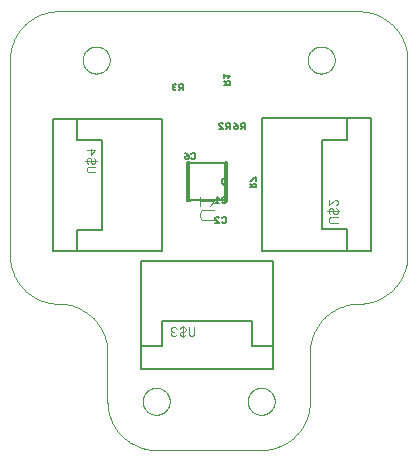
<source format=gbo>
G75*
%MOIN*%
%OFA0B0*%
%FSLAX25Y25*%
%IPPOS*%
%LPD*%
%AMOC8*
5,1,8,0,0,1.08239X$1,22.5*
%
%ADD10C,0.00000*%
%ADD11C,0.00500*%
%ADD12C,0.00600*%
%ADD13C,0.00300*%
D10*
X0047650Y0035150D02*
X0047645Y0035543D01*
X0047631Y0035935D01*
X0047607Y0036327D01*
X0047574Y0036718D01*
X0047532Y0037109D01*
X0047479Y0037498D01*
X0047418Y0037886D01*
X0047347Y0038272D01*
X0047267Y0038656D01*
X0047178Y0039039D01*
X0047079Y0039419D01*
X0046971Y0039797D01*
X0046855Y0040172D01*
X0046729Y0040544D01*
X0046594Y0040912D01*
X0046450Y0041278D01*
X0046298Y0041640D01*
X0046137Y0041998D01*
X0045967Y0042352D01*
X0045789Y0042702D01*
X0045602Y0043047D01*
X0045407Y0043388D01*
X0045204Y0043724D01*
X0044993Y0044055D01*
X0044773Y0044381D01*
X0044547Y0044702D01*
X0044312Y0045016D01*
X0044070Y0045326D01*
X0043820Y0045629D01*
X0043563Y0045926D01*
X0043299Y0046217D01*
X0043028Y0046501D01*
X0042751Y0046778D01*
X0042467Y0047049D01*
X0042176Y0047313D01*
X0041879Y0047570D01*
X0041576Y0047820D01*
X0041266Y0048062D01*
X0040952Y0048297D01*
X0040631Y0048523D01*
X0040305Y0048743D01*
X0039974Y0048954D01*
X0039638Y0049157D01*
X0039297Y0049352D01*
X0038952Y0049539D01*
X0038602Y0049717D01*
X0038248Y0049887D01*
X0037890Y0050048D01*
X0037528Y0050200D01*
X0037162Y0050344D01*
X0036794Y0050479D01*
X0036422Y0050605D01*
X0036047Y0050721D01*
X0035669Y0050829D01*
X0035289Y0050928D01*
X0034906Y0051017D01*
X0034522Y0051097D01*
X0034136Y0051168D01*
X0033748Y0051229D01*
X0033359Y0051282D01*
X0032968Y0051324D01*
X0032577Y0051357D01*
X0032185Y0051381D01*
X0031793Y0051395D01*
X0031400Y0051400D01*
X0031007Y0051405D01*
X0030615Y0051419D01*
X0030223Y0051443D01*
X0029832Y0051476D01*
X0029441Y0051518D01*
X0029052Y0051571D01*
X0028664Y0051632D01*
X0028278Y0051703D01*
X0027894Y0051783D01*
X0027511Y0051872D01*
X0027131Y0051971D01*
X0026753Y0052079D01*
X0026378Y0052195D01*
X0026006Y0052321D01*
X0025638Y0052456D01*
X0025272Y0052600D01*
X0024910Y0052752D01*
X0024552Y0052913D01*
X0024198Y0053083D01*
X0023848Y0053261D01*
X0023503Y0053448D01*
X0023162Y0053643D01*
X0022826Y0053846D01*
X0022495Y0054057D01*
X0022169Y0054277D01*
X0021848Y0054503D01*
X0021534Y0054738D01*
X0021224Y0054980D01*
X0020921Y0055230D01*
X0020624Y0055487D01*
X0020333Y0055751D01*
X0020049Y0056022D01*
X0019772Y0056299D01*
X0019501Y0056583D01*
X0019237Y0056874D01*
X0018980Y0057171D01*
X0018730Y0057474D01*
X0018488Y0057784D01*
X0018253Y0058098D01*
X0018027Y0058419D01*
X0017807Y0058745D01*
X0017596Y0059076D01*
X0017393Y0059412D01*
X0017198Y0059753D01*
X0017011Y0060098D01*
X0016833Y0060448D01*
X0016663Y0060802D01*
X0016502Y0061160D01*
X0016350Y0061522D01*
X0016206Y0061888D01*
X0016071Y0062256D01*
X0015945Y0062628D01*
X0015829Y0063003D01*
X0015721Y0063381D01*
X0015622Y0063761D01*
X0015533Y0064144D01*
X0015453Y0064528D01*
X0015382Y0064914D01*
X0015321Y0065302D01*
X0015268Y0065691D01*
X0015226Y0066082D01*
X0015193Y0066473D01*
X0015169Y0066865D01*
X0015155Y0067257D01*
X0015150Y0067650D01*
X0015150Y0132650D01*
X0015155Y0133043D01*
X0015169Y0133435D01*
X0015193Y0133827D01*
X0015226Y0134218D01*
X0015268Y0134609D01*
X0015321Y0134998D01*
X0015382Y0135386D01*
X0015453Y0135772D01*
X0015533Y0136156D01*
X0015622Y0136539D01*
X0015721Y0136919D01*
X0015829Y0137297D01*
X0015945Y0137672D01*
X0016071Y0138044D01*
X0016206Y0138412D01*
X0016350Y0138778D01*
X0016502Y0139140D01*
X0016663Y0139498D01*
X0016833Y0139852D01*
X0017011Y0140202D01*
X0017198Y0140547D01*
X0017393Y0140888D01*
X0017596Y0141224D01*
X0017807Y0141555D01*
X0018027Y0141881D01*
X0018253Y0142202D01*
X0018488Y0142516D01*
X0018730Y0142826D01*
X0018980Y0143129D01*
X0019237Y0143426D01*
X0019501Y0143717D01*
X0019772Y0144001D01*
X0020049Y0144278D01*
X0020333Y0144549D01*
X0020624Y0144813D01*
X0020921Y0145070D01*
X0021224Y0145320D01*
X0021534Y0145562D01*
X0021848Y0145797D01*
X0022169Y0146023D01*
X0022495Y0146243D01*
X0022826Y0146454D01*
X0023162Y0146657D01*
X0023503Y0146852D01*
X0023848Y0147039D01*
X0024198Y0147217D01*
X0024552Y0147387D01*
X0024910Y0147548D01*
X0025272Y0147700D01*
X0025638Y0147844D01*
X0026006Y0147979D01*
X0026378Y0148105D01*
X0026753Y0148221D01*
X0027131Y0148329D01*
X0027511Y0148428D01*
X0027894Y0148517D01*
X0028278Y0148597D01*
X0028664Y0148668D01*
X0029052Y0148729D01*
X0029441Y0148782D01*
X0029832Y0148824D01*
X0030223Y0148857D01*
X0030615Y0148881D01*
X0031007Y0148895D01*
X0031400Y0148900D01*
X0131400Y0148900D01*
X0131793Y0148895D01*
X0132185Y0148881D01*
X0132577Y0148857D01*
X0132968Y0148824D01*
X0133359Y0148782D01*
X0133748Y0148729D01*
X0134136Y0148668D01*
X0134522Y0148597D01*
X0134906Y0148517D01*
X0135289Y0148428D01*
X0135669Y0148329D01*
X0136047Y0148221D01*
X0136422Y0148105D01*
X0136794Y0147979D01*
X0137162Y0147844D01*
X0137528Y0147700D01*
X0137890Y0147548D01*
X0138248Y0147387D01*
X0138602Y0147217D01*
X0138952Y0147039D01*
X0139297Y0146852D01*
X0139638Y0146657D01*
X0139974Y0146454D01*
X0140305Y0146243D01*
X0140631Y0146023D01*
X0140952Y0145797D01*
X0141266Y0145562D01*
X0141576Y0145320D01*
X0141879Y0145070D01*
X0142176Y0144813D01*
X0142467Y0144549D01*
X0142751Y0144278D01*
X0143028Y0144001D01*
X0143299Y0143717D01*
X0143563Y0143426D01*
X0143820Y0143129D01*
X0144070Y0142826D01*
X0144312Y0142516D01*
X0144547Y0142202D01*
X0144773Y0141881D01*
X0144993Y0141555D01*
X0145204Y0141224D01*
X0145407Y0140888D01*
X0145602Y0140547D01*
X0145789Y0140202D01*
X0145967Y0139852D01*
X0146137Y0139498D01*
X0146298Y0139140D01*
X0146450Y0138778D01*
X0146594Y0138412D01*
X0146729Y0138044D01*
X0146855Y0137672D01*
X0146971Y0137297D01*
X0147079Y0136919D01*
X0147178Y0136539D01*
X0147267Y0136156D01*
X0147347Y0135772D01*
X0147418Y0135386D01*
X0147479Y0134998D01*
X0147532Y0134609D01*
X0147574Y0134218D01*
X0147607Y0133827D01*
X0147631Y0133435D01*
X0147645Y0133043D01*
X0147650Y0132650D01*
X0147650Y0067650D01*
X0147645Y0067257D01*
X0147631Y0066865D01*
X0147607Y0066473D01*
X0147574Y0066082D01*
X0147532Y0065691D01*
X0147479Y0065302D01*
X0147418Y0064914D01*
X0147347Y0064528D01*
X0147267Y0064144D01*
X0147178Y0063761D01*
X0147079Y0063381D01*
X0146971Y0063003D01*
X0146855Y0062628D01*
X0146729Y0062256D01*
X0146594Y0061888D01*
X0146450Y0061522D01*
X0146298Y0061160D01*
X0146137Y0060802D01*
X0145967Y0060448D01*
X0145789Y0060098D01*
X0145602Y0059753D01*
X0145407Y0059412D01*
X0145204Y0059076D01*
X0144993Y0058745D01*
X0144773Y0058419D01*
X0144547Y0058098D01*
X0144312Y0057784D01*
X0144070Y0057474D01*
X0143820Y0057171D01*
X0143563Y0056874D01*
X0143299Y0056583D01*
X0143028Y0056299D01*
X0142751Y0056022D01*
X0142467Y0055751D01*
X0142176Y0055487D01*
X0141879Y0055230D01*
X0141576Y0054980D01*
X0141266Y0054738D01*
X0140952Y0054503D01*
X0140631Y0054277D01*
X0140305Y0054057D01*
X0139974Y0053846D01*
X0139638Y0053643D01*
X0139297Y0053448D01*
X0138952Y0053261D01*
X0138602Y0053083D01*
X0138248Y0052913D01*
X0137890Y0052752D01*
X0137528Y0052600D01*
X0137162Y0052456D01*
X0136794Y0052321D01*
X0136422Y0052195D01*
X0136047Y0052079D01*
X0135669Y0051971D01*
X0135289Y0051872D01*
X0134906Y0051783D01*
X0134522Y0051703D01*
X0134136Y0051632D01*
X0133748Y0051571D01*
X0133359Y0051518D01*
X0132968Y0051476D01*
X0132577Y0051443D01*
X0132185Y0051419D01*
X0131793Y0051405D01*
X0131400Y0051400D01*
X0131007Y0051395D01*
X0130615Y0051381D01*
X0130223Y0051357D01*
X0129832Y0051324D01*
X0129441Y0051282D01*
X0129052Y0051229D01*
X0128664Y0051168D01*
X0128278Y0051097D01*
X0127894Y0051017D01*
X0127511Y0050928D01*
X0127131Y0050829D01*
X0126753Y0050721D01*
X0126378Y0050605D01*
X0126006Y0050479D01*
X0125638Y0050344D01*
X0125272Y0050200D01*
X0124910Y0050048D01*
X0124552Y0049887D01*
X0124198Y0049717D01*
X0123848Y0049539D01*
X0123503Y0049352D01*
X0123162Y0049157D01*
X0122826Y0048954D01*
X0122495Y0048743D01*
X0122169Y0048523D01*
X0121848Y0048297D01*
X0121534Y0048062D01*
X0121224Y0047820D01*
X0120921Y0047570D01*
X0120624Y0047313D01*
X0120333Y0047049D01*
X0120049Y0046778D01*
X0119772Y0046501D01*
X0119501Y0046217D01*
X0119237Y0045926D01*
X0118980Y0045629D01*
X0118730Y0045326D01*
X0118488Y0045016D01*
X0118253Y0044702D01*
X0118027Y0044381D01*
X0117807Y0044055D01*
X0117596Y0043724D01*
X0117393Y0043388D01*
X0117198Y0043047D01*
X0117011Y0042702D01*
X0116833Y0042352D01*
X0116663Y0041998D01*
X0116502Y0041640D01*
X0116350Y0041278D01*
X0116206Y0040912D01*
X0116071Y0040544D01*
X0115945Y0040172D01*
X0115829Y0039797D01*
X0115721Y0039419D01*
X0115622Y0039039D01*
X0115533Y0038656D01*
X0115453Y0038272D01*
X0115382Y0037886D01*
X0115321Y0037498D01*
X0115268Y0037109D01*
X0115226Y0036718D01*
X0115193Y0036327D01*
X0115169Y0035935D01*
X0115155Y0035543D01*
X0115150Y0035150D01*
X0115150Y0018900D01*
X0115145Y0018507D01*
X0115131Y0018115D01*
X0115107Y0017723D01*
X0115074Y0017332D01*
X0115032Y0016941D01*
X0114979Y0016552D01*
X0114918Y0016164D01*
X0114847Y0015778D01*
X0114767Y0015394D01*
X0114678Y0015011D01*
X0114579Y0014631D01*
X0114471Y0014253D01*
X0114355Y0013878D01*
X0114229Y0013506D01*
X0114094Y0013138D01*
X0113950Y0012772D01*
X0113798Y0012410D01*
X0113637Y0012052D01*
X0113467Y0011698D01*
X0113289Y0011348D01*
X0113102Y0011003D01*
X0112907Y0010662D01*
X0112704Y0010326D01*
X0112493Y0009995D01*
X0112273Y0009669D01*
X0112047Y0009348D01*
X0111812Y0009034D01*
X0111570Y0008724D01*
X0111320Y0008421D01*
X0111063Y0008124D01*
X0110799Y0007833D01*
X0110528Y0007549D01*
X0110251Y0007272D01*
X0109967Y0007001D01*
X0109676Y0006737D01*
X0109379Y0006480D01*
X0109076Y0006230D01*
X0108766Y0005988D01*
X0108452Y0005753D01*
X0108131Y0005527D01*
X0107805Y0005307D01*
X0107474Y0005096D01*
X0107138Y0004893D01*
X0106797Y0004698D01*
X0106452Y0004511D01*
X0106102Y0004333D01*
X0105748Y0004163D01*
X0105390Y0004002D01*
X0105028Y0003850D01*
X0104662Y0003706D01*
X0104294Y0003571D01*
X0103922Y0003445D01*
X0103547Y0003329D01*
X0103169Y0003221D01*
X0102789Y0003122D01*
X0102406Y0003033D01*
X0102022Y0002953D01*
X0101636Y0002882D01*
X0101248Y0002821D01*
X0100859Y0002768D01*
X0100468Y0002726D01*
X0100077Y0002693D01*
X0099685Y0002669D01*
X0099293Y0002655D01*
X0098900Y0002650D01*
X0063900Y0002650D01*
X0063507Y0002655D01*
X0063115Y0002669D01*
X0062723Y0002693D01*
X0062332Y0002726D01*
X0061941Y0002768D01*
X0061552Y0002821D01*
X0061164Y0002882D01*
X0060778Y0002953D01*
X0060394Y0003033D01*
X0060011Y0003122D01*
X0059631Y0003221D01*
X0059253Y0003329D01*
X0058878Y0003445D01*
X0058506Y0003571D01*
X0058138Y0003706D01*
X0057772Y0003850D01*
X0057410Y0004002D01*
X0057052Y0004163D01*
X0056698Y0004333D01*
X0056348Y0004511D01*
X0056003Y0004698D01*
X0055662Y0004893D01*
X0055326Y0005096D01*
X0054995Y0005307D01*
X0054669Y0005527D01*
X0054348Y0005753D01*
X0054034Y0005988D01*
X0053724Y0006230D01*
X0053421Y0006480D01*
X0053124Y0006737D01*
X0052833Y0007001D01*
X0052549Y0007272D01*
X0052272Y0007549D01*
X0052001Y0007833D01*
X0051737Y0008124D01*
X0051480Y0008421D01*
X0051230Y0008724D01*
X0050988Y0009034D01*
X0050753Y0009348D01*
X0050527Y0009669D01*
X0050307Y0009995D01*
X0050096Y0010326D01*
X0049893Y0010662D01*
X0049698Y0011003D01*
X0049511Y0011348D01*
X0049333Y0011698D01*
X0049163Y0012052D01*
X0049002Y0012410D01*
X0048850Y0012772D01*
X0048706Y0013138D01*
X0048571Y0013506D01*
X0048445Y0013878D01*
X0048329Y0014253D01*
X0048221Y0014631D01*
X0048122Y0015011D01*
X0048033Y0015394D01*
X0047953Y0015778D01*
X0047882Y0016164D01*
X0047821Y0016552D01*
X0047768Y0016941D01*
X0047726Y0017332D01*
X0047693Y0017723D01*
X0047669Y0018115D01*
X0047655Y0018507D01*
X0047650Y0018900D01*
X0047650Y0035150D01*
X0059400Y0018900D02*
X0059402Y0019034D01*
X0059408Y0019168D01*
X0059418Y0019301D01*
X0059432Y0019435D01*
X0059450Y0019568D01*
X0059472Y0019700D01*
X0059497Y0019831D01*
X0059527Y0019962D01*
X0059561Y0020092D01*
X0059598Y0020220D01*
X0059639Y0020348D01*
X0059684Y0020474D01*
X0059733Y0020599D01*
X0059785Y0020722D01*
X0059841Y0020844D01*
X0059901Y0020964D01*
X0059964Y0021082D01*
X0060031Y0021198D01*
X0060101Y0021312D01*
X0060175Y0021424D01*
X0060252Y0021534D01*
X0060332Y0021642D01*
X0060415Y0021747D01*
X0060501Y0021849D01*
X0060590Y0021949D01*
X0060683Y0022046D01*
X0060778Y0022141D01*
X0060876Y0022232D01*
X0060976Y0022321D01*
X0061079Y0022406D01*
X0061185Y0022489D01*
X0061293Y0022568D01*
X0061403Y0022644D01*
X0061516Y0022717D01*
X0061631Y0022786D01*
X0061747Y0022852D01*
X0061866Y0022914D01*
X0061986Y0022973D01*
X0062109Y0023028D01*
X0062232Y0023080D01*
X0062357Y0023127D01*
X0062484Y0023171D01*
X0062612Y0023212D01*
X0062741Y0023248D01*
X0062871Y0023281D01*
X0063002Y0023309D01*
X0063133Y0023334D01*
X0063266Y0023355D01*
X0063399Y0023372D01*
X0063532Y0023385D01*
X0063666Y0023394D01*
X0063800Y0023399D01*
X0063934Y0023400D01*
X0064067Y0023397D01*
X0064201Y0023390D01*
X0064335Y0023379D01*
X0064468Y0023364D01*
X0064601Y0023345D01*
X0064733Y0023322D01*
X0064864Y0023296D01*
X0064994Y0023265D01*
X0065124Y0023230D01*
X0065252Y0023192D01*
X0065379Y0023150D01*
X0065505Y0023104D01*
X0065630Y0023054D01*
X0065753Y0023001D01*
X0065874Y0022944D01*
X0065994Y0022883D01*
X0066111Y0022819D01*
X0066227Y0022752D01*
X0066341Y0022681D01*
X0066452Y0022606D01*
X0066561Y0022529D01*
X0066668Y0022448D01*
X0066773Y0022364D01*
X0066874Y0022277D01*
X0066974Y0022187D01*
X0067070Y0022094D01*
X0067164Y0021998D01*
X0067255Y0021899D01*
X0067342Y0021798D01*
X0067427Y0021694D01*
X0067509Y0021588D01*
X0067587Y0021480D01*
X0067662Y0021369D01*
X0067734Y0021256D01*
X0067803Y0021140D01*
X0067868Y0021023D01*
X0067929Y0020904D01*
X0067987Y0020783D01*
X0068041Y0020661D01*
X0068092Y0020537D01*
X0068139Y0020411D01*
X0068182Y0020284D01*
X0068221Y0020156D01*
X0068257Y0020027D01*
X0068288Y0019897D01*
X0068316Y0019766D01*
X0068340Y0019634D01*
X0068360Y0019501D01*
X0068376Y0019368D01*
X0068388Y0019235D01*
X0068396Y0019101D01*
X0068400Y0018967D01*
X0068400Y0018833D01*
X0068396Y0018699D01*
X0068388Y0018565D01*
X0068376Y0018432D01*
X0068360Y0018299D01*
X0068340Y0018166D01*
X0068316Y0018034D01*
X0068288Y0017903D01*
X0068257Y0017773D01*
X0068221Y0017644D01*
X0068182Y0017516D01*
X0068139Y0017389D01*
X0068092Y0017263D01*
X0068041Y0017139D01*
X0067987Y0017017D01*
X0067929Y0016896D01*
X0067868Y0016777D01*
X0067803Y0016660D01*
X0067734Y0016544D01*
X0067662Y0016431D01*
X0067587Y0016320D01*
X0067509Y0016212D01*
X0067427Y0016106D01*
X0067342Y0016002D01*
X0067255Y0015901D01*
X0067164Y0015802D01*
X0067070Y0015706D01*
X0066974Y0015613D01*
X0066874Y0015523D01*
X0066773Y0015436D01*
X0066668Y0015352D01*
X0066561Y0015271D01*
X0066452Y0015194D01*
X0066341Y0015119D01*
X0066227Y0015048D01*
X0066111Y0014981D01*
X0065994Y0014917D01*
X0065874Y0014856D01*
X0065753Y0014799D01*
X0065630Y0014746D01*
X0065505Y0014696D01*
X0065379Y0014650D01*
X0065252Y0014608D01*
X0065124Y0014570D01*
X0064994Y0014535D01*
X0064864Y0014504D01*
X0064733Y0014478D01*
X0064601Y0014455D01*
X0064468Y0014436D01*
X0064335Y0014421D01*
X0064201Y0014410D01*
X0064067Y0014403D01*
X0063934Y0014400D01*
X0063800Y0014401D01*
X0063666Y0014406D01*
X0063532Y0014415D01*
X0063399Y0014428D01*
X0063266Y0014445D01*
X0063133Y0014466D01*
X0063002Y0014491D01*
X0062871Y0014519D01*
X0062741Y0014552D01*
X0062612Y0014588D01*
X0062484Y0014629D01*
X0062357Y0014673D01*
X0062232Y0014720D01*
X0062109Y0014772D01*
X0061986Y0014827D01*
X0061866Y0014886D01*
X0061747Y0014948D01*
X0061631Y0015014D01*
X0061516Y0015083D01*
X0061403Y0015156D01*
X0061293Y0015232D01*
X0061185Y0015311D01*
X0061079Y0015394D01*
X0060976Y0015479D01*
X0060876Y0015568D01*
X0060778Y0015659D01*
X0060683Y0015754D01*
X0060590Y0015851D01*
X0060501Y0015951D01*
X0060415Y0016053D01*
X0060332Y0016158D01*
X0060252Y0016266D01*
X0060175Y0016376D01*
X0060101Y0016488D01*
X0060031Y0016602D01*
X0059964Y0016718D01*
X0059901Y0016836D01*
X0059841Y0016956D01*
X0059785Y0017078D01*
X0059733Y0017201D01*
X0059684Y0017326D01*
X0059639Y0017452D01*
X0059598Y0017580D01*
X0059561Y0017708D01*
X0059527Y0017838D01*
X0059497Y0017969D01*
X0059472Y0018100D01*
X0059450Y0018232D01*
X0059432Y0018365D01*
X0059418Y0018499D01*
X0059408Y0018632D01*
X0059402Y0018766D01*
X0059400Y0018900D01*
X0094400Y0018900D02*
X0094402Y0019034D01*
X0094408Y0019168D01*
X0094418Y0019301D01*
X0094432Y0019435D01*
X0094450Y0019568D01*
X0094472Y0019700D01*
X0094497Y0019831D01*
X0094527Y0019962D01*
X0094561Y0020092D01*
X0094598Y0020220D01*
X0094639Y0020348D01*
X0094684Y0020474D01*
X0094733Y0020599D01*
X0094785Y0020722D01*
X0094841Y0020844D01*
X0094901Y0020964D01*
X0094964Y0021082D01*
X0095031Y0021198D01*
X0095101Y0021312D01*
X0095175Y0021424D01*
X0095252Y0021534D01*
X0095332Y0021642D01*
X0095415Y0021747D01*
X0095501Y0021849D01*
X0095590Y0021949D01*
X0095683Y0022046D01*
X0095778Y0022141D01*
X0095876Y0022232D01*
X0095976Y0022321D01*
X0096079Y0022406D01*
X0096185Y0022489D01*
X0096293Y0022568D01*
X0096403Y0022644D01*
X0096516Y0022717D01*
X0096631Y0022786D01*
X0096747Y0022852D01*
X0096866Y0022914D01*
X0096986Y0022973D01*
X0097109Y0023028D01*
X0097232Y0023080D01*
X0097357Y0023127D01*
X0097484Y0023171D01*
X0097612Y0023212D01*
X0097741Y0023248D01*
X0097871Y0023281D01*
X0098002Y0023309D01*
X0098133Y0023334D01*
X0098266Y0023355D01*
X0098399Y0023372D01*
X0098532Y0023385D01*
X0098666Y0023394D01*
X0098800Y0023399D01*
X0098934Y0023400D01*
X0099067Y0023397D01*
X0099201Y0023390D01*
X0099335Y0023379D01*
X0099468Y0023364D01*
X0099601Y0023345D01*
X0099733Y0023322D01*
X0099864Y0023296D01*
X0099994Y0023265D01*
X0100124Y0023230D01*
X0100252Y0023192D01*
X0100379Y0023150D01*
X0100505Y0023104D01*
X0100630Y0023054D01*
X0100753Y0023001D01*
X0100874Y0022944D01*
X0100994Y0022883D01*
X0101111Y0022819D01*
X0101227Y0022752D01*
X0101341Y0022681D01*
X0101452Y0022606D01*
X0101561Y0022529D01*
X0101668Y0022448D01*
X0101773Y0022364D01*
X0101874Y0022277D01*
X0101974Y0022187D01*
X0102070Y0022094D01*
X0102164Y0021998D01*
X0102255Y0021899D01*
X0102342Y0021798D01*
X0102427Y0021694D01*
X0102509Y0021588D01*
X0102587Y0021480D01*
X0102662Y0021369D01*
X0102734Y0021256D01*
X0102803Y0021140D01*
X0102868Y0021023D01*
X0102929Y0020904D01*
X0102987Y0020783D01*
X0103041Y0020661D01*
X0103092Y0020537D01*
X0103139Y0020411D01*
X0103182Y0020284D01*
X0103221Y0020156D01*
X0103257Y0020027D01*
X0103288Y0019897D01*
X0103316Y0019766D01*
X0103340Y0019634D01*
X0103360Y0019501D01*
X0103376Y0019368D01*
X0103388Y0019235D01*
X0103396Y0019101D01*
X0103400Y0018967D01*
X0103400Y0018833D01*
X0103396Y0018699D01*
X0103388Y0018565D01*
X0103376Y0018432D01*
X0103360Y0018299D01*
X0103340Y0018166D01*
X0103316Y0018034D01*
X0103288Y0017903D01*
X0103257Y0017773D01*
X0103221Y0017644D01*
X0103182Y0017516D01*
X0103139Y0017389D01*
X0103092Y0017263D01*
X0103041Y0017139D01*
X0102987Y0017017D01*
X0102929Y0016896D01*
X0102868Y0016777D01*
X0102803Y0016660D01*
X0102734Y0016544D01*
X0102662Y0016431D01*
X0102587Y0016320D01*
X0102509Y0016212D01*
X0102427Y0016106D01*
X0102342Y0016002D01*
X0102255Y0015901D01*
X0102164Y0015802D01*
X0102070Y0015706D01*
X0101974Y0015613D01*
X0101874Y0015523D01*
X0101773Y0015436D01*
X0101668Y0015352D01*
X0101561Y0015271D01*
X0101452Y0015194D01*
X0101341Y0015119D01*
X0101227Y0015048D01*
X0101111Y0014981D01*
X0100994Y0014917D01*
X0100874Y0014856D01*
X0100753Y0014799D01*
X0100630Y0014746D01*
X0100505Y0014696D01*
X0100379Y0014650D01*
X0100252Y0014608D01*
X0100124Y0014570D01*
X0099994Y0014535D01*
X0099864Y0014504D01*
X0099733Y0014478D01*
X0099601Y0014455D01*
X0099468Y0014436D01*
X0099335Y0014421D01*
X0099201Y0014410D01*
X0099067Y0014403D01*
X0098934Y0014400D01*
X0098800Y0014401D01*
X0098666Y0014406D01*
X0098532Y0014415D01*
X0098399Y0014428D01*
X0098266Y0014445D01*
X0098133Y0014466D01*
X0098002Y0014491D01*
X0097871Y0014519D01*
X0097741Y0014552D01*
X0097612Y0014588D01*
X0097484Y0014629D01*
X0097357Y0014673D01*
X0097232Y0014720D01*
X0097109Y0014772D01*
X0096986Y0014827D01*
X0096866Y0014886D01*
X0096747Y0014948D01*
X0096631Y0015014D01*
X0096516Y0015083D01*
X0096403Y0015156D01*
X0096293Y0015232D01*
X0096185Y0015311D01*
X0096079Y0015394D01*
X0095976Y0015479D01*
X0095876Y0015568D01*
X0095778Y0015659D01*
X0095683Y0015754D01*
X0095590Y0015851D01*
X0095501Y0015951D01*
X0095415Y0016053D01*
X0095332Y0016158D01*
X0095252Y0016266D01*
X0095175Y0016376D01*
X0095101Y0016488D01*
X0095031Y0016602D01*
X0094964Y0016718D01*
X0094901Y0016836D01*
X0094841Y0016956D01*
X0094785Y0017078D01*
X0094733Y0017201D01*
X0094684Y0017326D01*
X0094639Y0017452D01*
X0094598Y0017580D01*
X0094561Y0017708D01*
X0094527Y0017838D01*
X0094497Y0017969D01*
X0094472Y0018100D01*
X0094450Y0018232D01*
X0094432Y0018365D01*
X0094418Y0018499D01*
X0094408Y0018632D01*
X0094402Y0018766D01*
X0094400Y0018900D01*
X0114400Y0132650D02*
X0114402Y0132784D01*
X0114408Y0132918D01*
X0114418Y0133051D01*
X0114432Y0133185D01*
X0114450Y0133318D01*
X0114472Y0133450D01*
X0114497Y0133581D01*
X0114527Y0133712D01*
X0114561Y0133842D01*
X0114598Y0133970D01*
X0114639Y0134098D01*
X0114684Y0134224D01*
X0114733Y0134349D01*
X0114785Y0134472D01*
X0114841Y0134594D01*
X0114901Y0134714D01*
X0114964Y0134832D01*
X0115031Y0134948D01*
X0115101Y0135062D01*
X0115175Y0135174D01*
X0115252Y0135284D01*
X0115332Y0135392D01*
X0115415Y0135497D01*
X0115501Y0135599D01*
X0115590Y0135699D01*
X0115683Y0135796D01*
X0115778Y0135891D01*
X0115876Y0135982D01*
X0115976Y0136071D01*
X0116079Y0136156D01*
X0116185Y0136239D01*
X0116293Y0136318D01*
X0116403Y0136394D01*
X0116516Y0136467D01*
X0116631Y0136536D01*
X0116747Y0136602D01*
X0116866Y0136664D01*
X0116986Y0136723D01*
X0117109Y0136778D01*
X0117232Y0136830D01*
X0117357Y0136877D01*
X0117484Y0136921D01*
X0117612Y0136962D01*
X0117741Y0136998D01*
X0117871Y0137031D01*
X0118002Y0137059D01*
X0118133Y0137084D01*
X0118266Y0137105D01*
X0118399Y0137122D01*
X0118532Y0137135D01*
X0118666Y0137144D01*
X0118800Y0137149D01*
X0118934Y0137150D01*
X0119067Y0137147D01*
X0119201Y0137140D01*
X0119335Y0137129D01*
X0119468Y0137114D01*
X0119601Y0137095D01*
X0119733Y0137072D01*
X0119864Y0137046D01*
X0119994Y0137015D01*
X0120124Y0136980D01*
X0120252Y0136942D01*
X0120379Y0136900D01*
X0120505Y0136854D01*
X0120630Y0136804D01*
X0120753Y0136751D01*
X0120874Y0136694D01*
X0120994Y0136633D01*
X0121111Y0136569D01*
X0121227Y0136502D01*
X0121341Y0136431D01*
X0121452Y0136356D01*
X0121561Y0136279D01*
X0121668Y0136198D01*
X0121773Y0136114D01*
X0121874Y0136027D01*
X0121974Y0135937D01*
X0122070Y0135844D01*
X0122164Y0135748D01*
X0122255Y0135649D01*
X0122342Y0135548D01*
X0122427Y0135444D01*
X0122509Y0135338D01*
X0122587Y0135230D01*
X0122662Y0135119D01*
X0122734Y0135006D01*
X0122803Y0134890D01*
X0122868Y0134773D01*
X0122929Y0134654D01*
X0122987Y0134533D01*
X0123041Y0134411D01*
X0123092Y0134287D01*
X0123139Y0134161D01*
X0123182Y0134034D01*
X0123221Y0133906D01*
X0123257Y0133777D01*
X0123288Y0133647D01*
X0123316Y0133516D01*
X0123340Y0133384D01*
X0123360Y0133251D01*
X0123376Y0133118D01*
X0123388Y0132985D01*
X0123396Y0132851D01*
X0123400Y0132717D01*
X0123400Y0132583D01*
X0123396Y0132449D01*
X0123388Y0132315D01*
X0123376Y0132182D01*
X0123360Y0132049D01*
X0123340Y0131916D01*
X0123316Y0131784D01*
X0123288Y0131653D01*
X0123257Y0131523D01*
X0123221Y0131394D01*
X0123182Y0131266D01*
X0123139Y0131139D01*
X0123092Y0131013D01*
X0123041Y0130889D01*
X0122987Y0130767D01*
X0122929Y0130646D01*
X0122868Y0130527D01*
X0122803Y0130410D01*
X0122734Y0130294D01*
X0122662Y0130181D01*
X0122587Y0130070D01*
X0122509Y0129962D01*
X0122427Y0129856D01*
X0122342Y0129752D01*
X0122255Y0129651D01*
X0122164Y0129552D01*
X0122070Y0129456D01*
X0121974Y0129363D01*
X0121874Y0129273D01*
X0121773Y0129186D01*
X0121668Y0129102D01*
X0121561Y0129021D01*
X0121452Y0128944D01*
X0121341Y0128869D01*
X0121227Y0128798D01*
X0121111Y0128731D01*
X0120994Y0128667D01*
X0120874Y0128606D01*
X0120753Y0128549D01*
X0120630Y0128496D01*
X0120505Y0128446D01*
X0120379Y0128400D01*
X0120252Y0128358D01*
X0120124Y0128320D01*
X0119994Y0128285D01*
X0119864Y0128254D01*
X0119733Y0128228D01*
X0119601Y0128205D01*
X0119468Y0128186D01*
X0119335Y0128171D01*
X0119201Y0128160D01*
X0119067Y0128153D01*
X0118934Y0128150D01*
X0118800Y0128151D01*
X0118666Y0128156D01*
X0118532Y0128165D01*
X0118399Y0128178D01*
X0118266Y0128195D01*
X0118133Y0128216D01*
X0118002Y0128241D01*
X0117871Y0128269D01*
X0117741Y0128302D01*
X0117612Y0128338D01*
X0117484Y0128379D01*
X0117357Y0128423D01*
X0117232Y0128470D01*
X0117109Y0128522D01*
X0116986Y0128577D01*
X0116866Y0128636D01*
X0116747Y0128698D01*
X0116631Y0128764D01*
X0116516Y0128833D01*
X0116403Y0128906D01*
X0116293Y0128982D01*
X0116185Y0129061D01*
X0116079Y0129144D01*
X0115976Y0129229D01*
X0115876Y0129318D01*
X0115778Y0129409D01*
X0115683Y0129504D01*
X0115590Y0129601D01*
X0115501Y0129701D01*
X0115415Y0129803D01*
X0115332Y0129908D01*
X0115252Y0130016D01*
X0115175Y0130126D01*
X0115101Y0130238D01*
X0115031Y0130352D01*
X0114964Y0130468D01*
X0114901Y0130586D01*
X0114841Y0130706D01*
X0114785Y0130828D01*
X0114733Y0130951D01*
X0114684Y0131076D01*
X0114639Y0131202D01*
X0114598Y0131330D01*
X0114561Y0131458D01*
X0114527Y0131588D01*
X0114497Y0131719D01*
X0114472Y0131850D01*
X0114450Y0131982D01*
X0114432Y0132115D01*
X0114418Y0132249D01*
X0114408Y0132382D01*
X0114402Y0132516D01*
X0114400Y0132650D01*
X0039400Y0132650D02*
X0039402Y0132784D01*
X0039408Y0132918D01*
X0039418Y0133051D01*
X0039432Y0133185D01*
X0039450Y0133318D01*
X0039472Y0133450D01*
X0039497Y0133581D01*
X0039527Y0133712D01*
X0039561Y0133842D01*
X0039598Y0133970D01*
X0039639Y0134098D01*
X0039684Y0134224D01*
X0039733Y0134349D01*
X0039785Y0134472D01*
X0039841Y0134594D01*
X0039901Y0134714D01*
X0039964Y0134832D01*
X0040031Y0134948D01*
X0040101Y0135062D01*
X0040175Y0135174D01*
X0040252Y0135284D01*
X0040332Y0135392D01*
X0040415Y0135497D01*
X0040501Y0135599D01*
X0040590Y0135699D01*
X0040683Y0135796D01*
X0040778Y0135891D01*
X0040876Y0135982D01*
X0040976Y0136071D01*
X0041079Y0136156D01*
X0041185Y0136239D01*
X0041293Y0136318D01*
X0041403Y0136394D01*
X0041516Y0136467D01*
X0041631Y0136536D01*
X0041747Y0136602D01*
X0041866Y0136664D01*
X0041986Y0136723D01*
X0042109Y0136778D01*
X0042232Y0136830D01*
X0042357Y0136877D01*
X0042484Y0136921D01*
X0042612Y0136962D01*
X0042741Y0136998D01*
X0042871Y0137031D01*
X0043002Y0137059D01*
X0043133Y0137084D01*
X0043266Y0137105D01*
X0043399Y0137122D01*
X0043532Y0137135D01*
X0043666Y0137144D01*
X0043800Y0137149D01*
X0043934Y0137150D01*
X0044067Y0137147D01*
X0044201Y0137140D01*
X0044335Y0137129D01*
X0044468Y0137114D01*
X0044601Y0137095D01*
X0044733Y0137072D01*
X0044864Y0137046D01*
X0044994Y0137015D01*
X0045124Y0136980D01*
X0045252Y0136942D01*
X0045379Y0136900D01*
X0045505Y0136854D01*
X0045630Y0136804D01*
X0045753Y0136751D01*
X0045874Y0136694D01*
X0045994Y0136633D01*
X0046111Y0136569D01*
X0046227Y0136502D01*
X0046341Y0136431D01*
X0046452Y0136356D01*
X0046561Y0136279D01*
X0046668Y0136198D01*
X0046773Y0136114D01*
X0046874Y0136027D01*
X0046974Y0135937D01*
X0047070Y0135844D01*
X0047164Y0135748D01*
X0047255Y0135649D01*
X0047342Y0135548D01*
X0047427Y0135444D01*
X0047509Y0135338D01*
X0047587Y0135230D01*
X0047662Y0135119D01*
X0047734Y0135006D01*
X0047803Y0134890D01*
X0047868Y0134773D01*
X0047929Y0134654D01*
X0047987Y0134533D01*
X0048041Y0134411D01*
X0048092Y0134287D01*
X0048139Y0134161D01*
X0048182Y0134034D01*
X0048221Y0133906D01*
X0048257Y0133777D01*
X0048288Y0133647D01*
X0048316Y0133516D01*
X0048340Y0133384D01*
X0048360Y0133251D01*
X0048376Y0133118D01*
X0048388Y0132985D01*
X0048396Y0132851D01*
X0048400Y0132717D01*
X0048400Y0132583D01*
X0048396Y0132449D01*
X0048388Y0132315D01*
X0048376Y0132182D01*
X0048360Y0132049D01*
X0048340Y0131916D01*
X0048316Y0131784D01*
X0048288Y0131653D01*
X0048257Y0131523D01*
X0048221Y0131394D01*
X0048182Y0131266D01*
X0048139Y0131139D01*
X0048092Y0131013D01*
X0048041Y0130889D01*
X0047987Y0130767D01*
X0047929Y0130646D01*
X0047868Y0130527D01*
X0047803Y0130410D01*
X0047734Y0130294D01*
X0047662Y0130181D01*
X0047587Y0130070D01*
X0047509Y0129962D01*
X0047427Y0129856D01*
X0047342Y0129752D01*
X0047255Y0129651D01*
X0047164Y0129552D01*
X0047070Y0129456D01*
X0046974Y0129363D01*
X0046874Y0129273D01*
X0046773Y0129186D01*
X0046668Y0129102D01*
X0046561Y0129021D01*
X0046452Y0128944D01*
X0046341Y0128869D01*
X0046227Y0128798D01*
X0046111Y0128731D01*
X0045994Y0128667D01*
X0045874Y0128606D01*
X0045753Y0128549D01*
X0045630Y0128496D01*
X0045505Y0128446D01*
X0045379Y0128400D01*
X0045252Y0128358D01*
X0045124Y0128320D01*
X0044994Y0128285D01*
X0044864Y0128254D01*
X0044733Y0128228D01*
X0044601Y0128205D01*
X0044468Y0128186D01*
X0044335Y0128171D01*
X0044201Y0128160D01*
X0044067Y0128153D01*
X0043934Y0128150D01*
X0043800Y0128151D01*
X0043666Y0128156D01*
X0043532Y0128165D01*
X0043399Y0128178D01*
X0043266Y0128195D01*
X0043133Y0128216D01*
X0043002Y0128241D01*
X0042871Y0128269D01*
X0042741Y0128302D01*
X0042612Y0128338D01*
X0042484Y0128379D01*
X0042357Y0128423D01*
X0042232Y0128470D01*
X0042109Y0128522D01*
X0041986Y0128577D01*
X0041866Y0128636D01*
X0041747Y0128698D01*
X0041631Y0128764D01*
X0041516Y0128833D01*
X0041403Y0128906D01*
X0041293Y0128982D01*
X0041185Y0129061D01*
X0041079Y0129144D01*
X0040976Y0129229D01*
X0040876Y0129318D01*
X0040778Y0129409D01*
X0040683Y0129504D01*
X0040590Y0129601D01*
X0040501Y0129701D01*
X0040415Y0129803D01*
X0040332Y0129908D01*
X0040252Y0130016D01*
X0040175Y0130126D01*
X0040101Y0130238D01*
X0040031Y0130352D01*
X0039964Y0130468D01*
X0039901Y0130586D01*
X0039841Y0130706D01*
X0039785Y0130828D01*
X0039733Y0130951D01*
X0039684Y0131076D01*
X0039639Y0131202D01*
X0039598Y0131330D01*
X0039561Y0131458D01*
X0039527Y0131588D01*
X0039497Y0131719D01*
X0039472Y0131850D01*
X0039450Y0131982D01*
X0039432Y0132115D01*
X0039418Y0132249D01*
X0039408Y0132382D01*
X0039402Y0132516D01*
X0039400Y0132650D01*
D11*
X0037453Y0112930D02*
X0029579Y0112930D01*
X0029579Y0068835D01*
X0037453Y0068835D01*
X0037453Y0075922D01*
X0045721Y0075922D01*
X0045721Y0105843D01*
X0037453Y0105843D01*
X0037453Y0112930D01*
X0065800Y0112930D01*
X0065800Y0068835D01*
X0037453Y0068835D01*
X0058870Y0065800D02*
X0102965Y0065800D01*
X0102965Y0037453D01*
X0102965Y0029579D01*
X0058870Y0029579D01*
X0058870Y0037453D01*
X0065957Y0037453D01*
X0065957Y0045721D01*
X0095878Y0045721D01*
X0095878Y0037453D01*
X0102965Y0037453D01*
X0099250Y0069120D02*
X0099250Y0113215D01*
X0127597Y0113215D01*
X0135471Y0113215D01*
X0135471Y0069120D01*
X0127597Y0069120D01*
X0127597Y0076207D01*
X0119329Y0076207D01*
X0119329Y0106128D01*
X0127597Y0106128D01*
X0127597Y0113215D01*
X0097052Y0093668D02*
X0096735Y0093668D01*
X0095467Y0092400D01*
X0095150Y0092400D01*
X0095150Y0091458D02*
X0095784Y0090824D01*
X0095784Y0091141D02*
X0095784Y0090190D01*
X0095150Y0090190D02*
X0097052Y0090190D01*
X0097052Y0091141D01*
X0096735Y0091458D01*
X0096101Y0091458D01*
X0095784Y0091141D01*
X0097052Y0092400D02*
X0097052Y0093668D01*
X0087110Y0086735D02*
X0087110Y0085467D01*
X0086793Y0085150D01*
X0086159Y0085150D01*
X0085842Y0085467D01*
X0084900Y0085150D02*
X0083632Y0085150D01*
X0084266Y0085150D02*
X0084266Y0087052D01*
X0084900Y0086418D01*
X0085842Y0086735D02*
X0086159Y0087052D01*
X0086793Y0087052D01*
X0087110Y0086735D01*
X0086793Y0080302D02*
X0087110Y0079985D01*
X0087110Y0078717D01*
X0086793Y0078400D01*
X0086159Y0078400D01*
X0085842Y0078717D01*
X0084900Y0078400D02*
X0083632Y0079668D01*
X0083632Y0079985D01*
X0083949Y0080302D01*
X0084583Y0080302D01*
X0084900Y0079985D01*
X0085842Y0079985D02*
X0086159Y0080302D01*
X0086793Y0080302D01*
X0084900Y0078400D02*
X0083632Y0078400D01*
X0099250Y0069120D02*
X0127597Y0069120D01*
X0093360Y0109650D02*
X0093360Y0111552D01*
X0092409Y0111552D01*
X0092092Y0111235D01*
X0092092Y0110601D01*
X0092409Y0110284D01*
X0093360Y0110284D01*
X0092726Y0110284D02*
X0092092Y0109650D01*
X0091150Y0109967D02*
X0090833Y0109650D01*
X0090199Y0109650D01*
X0089882Y0109967D01*
X0089882Y0110284D01*
X0090199Y0110601D01*
X0091150Y0110601D01*
X0091150Y0109967D01*
X0091150Y0110601D02*
X0090516Y0111235D01*
X0089882Y0111552D01*
X0088360Y0111652D02*
X0088360Y0109750D01*
X0088360Y0110384D02*
X0087409Y0110384D01*
X0087092Y0110701D01*
X0087092Y0111335D01*
X0087409Y0111652D01*
X0088360Y0111652D01*
X0087726Y0110384D02*
X0087092Y0109750D01*
X0086150Y0109750D02*
X0084882Y0111018D01*
X0084882Y0111335D01*
X0085199Y0111652D01*
X0085833Y0111652D01*
X0086150Y0111335D01*
X0086150Y0109750D02*
X0084882Y0109750D01*
X0076593Y0101502D02*
X0075959Y0101502D01*
X0075642Y0101185D01*
X0076593Y0101502D02*
X0076910Y0101185D01*
X0076910Y0099917D01*
X0076593Y0099600D01*
X0075959Y0099600D01*
X0075642Y0099917D01*
X0074700Y0099917D02*
X0074700Y0100551D01*
X0073749Y0100551D01*
X0073432Y0100234D01*
X0073432Y0099917D01*
X0073749Y0099600D01*
X0074383Y0099600D01*
X0074700Y0099917D01*
X0074700Y0100551D02*
X0074066Y0101185D01*
X0073432Y0101502D01*
X0072860Y0122650D02*
X0072860Y0124552D01*
X0071909Y0124552D01*
X0071592Y0124235D01*
X0071592Y0123601D01*
X0071909Y0123284D01*
X0072860Y0123284D01*
X0072226Y0123284D02*
X0071592Y0122650D01*
X0070650Y0122967D02*
X0070333Y0122650D01*
X0069699Y0122650D01*
X0069382Y0122967D01*
X0069382Y0123284D01*
X0069699Y0123601D01*
X0070016Y0123601D01*
X0069699Y0123601D02*
X0069382Y0123918D01*
X0069382Y0124235D01*
X0069699Y0124552D01*
X0070333Y0124552D01*
X0070650Y0124235D01*
X0086650Y0124440D02*
X0088552Y0124440D01*
X0088552Y0125391D01*
X0088235Y0125708D01*
X0087601Y0125708D01*
X0087284Y0125391D01*
X0087284Y0124440D01*
X0087284Y0125074D02*
X0086650Y0125708D01*
X0086650Y0126650D02*
X0086650Y0127918D01*
X0086650Y0127284D02*
X0088552Y0127284D01*
X0087918Y0126650D01*
X0058870Y0065800D02*
X0058870Y0037453D01*
D12*
X0074300Y0085550D02*
X0075100Y0085550D01*
X0074800Y0086050D02*
X0087000Y0086050D01*
X0087000Y0090950D01*
X0087000Y0093350D01*
X0087000Y0098250D01*
X0074800Y0098250D01*
X0074800Y0086050D01*
X0074300Y0085550D02*
X0074300Y0098750D01*
X0075100Y0098750D01*
X0086700Y0098750D02*
X0087500Y0098750D01*
X0087500Y0085550D01*
X0086700Y0085550D01*
X0087000Y0090950D02*
X0086931Y0090952D01*
X0086863Y0090958D01*
X0086795Y0090968D01*
X0086728Y0090981D01*
X0086662Y0090999D01*
X0086597Y0091020D01*
X0086533Y0091045D01*
X0086471Y0091073D01*
X0086410Y0091105D01*
X0086351Y0091140D01*
X0086295Y0091179D01*
X0086240Y0091221D01*
X0086189Y0091266D01*
X0086139Y0091314D01*
X0086093Y0091364D01*
X0086050Y0091417D01*
X0086009Y0091473D01*
X0085972Y0091530D01*
X0085939Y0091590D01*
X0085908Y0091652D01*
X0085882Y0091715D01*
X0085859Y0091779D01*
X0085839Y0091845D01*
X0085824Y0091912D01*
X0085812Y0091979D01*
X0085804Y0092047D01*
X0085800Y0092116D01*
X0085800Y0092184D01*
X0085804Y0092253D01*
X0085812Y0092321D01*
X0085824Y0092388D01*
X0085839Y0092455D01*
X0085859Y0092521D01*
X0085882Y0092585D01*
X0085908Y0092648D01*
X0085939Y0092710D01*
X0085972Y0092770D01*
X0086009Y0092827D01*
X0086050Y0092883D01*
X0086093Y0092936D01*
X0086139Y0092986D01*
X0086189Y0093034D01*
X0086240Y0093079D01*
X0086295Y0093121D01*
X0086351Y0093160D01*
X0086410Y0093195D01*
X0086471Y0093227D01*
X0086533Y0093255D01*
X0086597Y0093280D01*
X0086662Y0093301D01*
X0086728Y0093319D01*
X0086795Y0093332D01*
X0086863Y0093342D01*
X0086931Y0093348D01*
X0087000Y0093350D01*
D13*
X0083254Y0085572D02*
X0078550Y0085572D01*
X0078550Y0084004D02*
X0078550Y0087140D01*
X0081686Y0084004D02*
X0083254Y0085572D01*
X0083254Y0082536D02*
X0079334Y0082536D01*
X0078550Y0081752D01*
X0078550Y0080184D01*
X0079334Y0079400D01*
X0083254Y0079400D01*
X0076615Y0043605D02*
X0076615Y0041186D01*
X0076131Y0040702D01*
X0075164Y0040702D01*
X0074680Y0041186D01*
X0074680Y0043605D01*
X0073669Y0043121D02*
X0073185Y0043605D01*
X0072217Y0043605D01*
X0071734Y0043121D01*
X0070722Y0043121D02*
X0070238Y0043605D01*
X0069271Y0043605D01*
X0068787Y0043121D01*
X0068787Y0042637D01*
X0069271Y0042154D01*
X0068787Y0041670D01*
X0068787Y0041186D01*
X0069271Y0040702D01*
X0070238Y0040702D01*
X0070722Y0041186D01*
X0071734Y0041186D02*
X0071734Y0041670D01*
X0072217Y0042154D01*
X0073185Y0042154D01*
X0073669Y0042637D01*
X0073669Y0043121D01*
X0072701Y0044089D02*
X0072701Y0040219D01*
X0072217Y0040702D02*
X0071734Y0041186D01*
X0072217Y0040702D02*
X0073185Y0040702D01*
X0073669Y0041186D01*
X0069755Y0042154D02*
X0069271Y0042154D01*
X0043605Y0095185D02*
X0041186Y0095185D01*
X0040702Y0095669D01*
X0040702Y0096636D01*
X0041186Y0097120D01*
X0043605Y0097120D01*
X0043121Y0098131D02*
X0043605Y0098615D01*
X0043605Y0099583D01*
X0043121Y0100066D01*
X0042154Y0099583D02*
X0042154Y0098615D01*
X0042637Y0098131D01*
X0043121Y0098131D01*
X0044089Y0099099D02*
X0040219Y0099099D01*
X0040702Y0099583D02*
X0041186Y0100066D01*
X0041670Y0100066D01*
X0042154Y0099583D01*
X0040702Y0099583D02*
X0040702Y0098615D01*
X0041186Y0098131D01*
X0042154Y0101078D02*
X0042154Y0103013D01*
X0043605Y0102529D02*
X0042154Y0101078D01*
X0040702Y0102529D02*
X0043605Y0102529D01*
X0121448Y0086154D02*
X0121448Y0084219D01*
X0123383Y0086154D01*
X0123866Y0086154D01*
X0124350Y0085670D01*
X0124350Y0084702D01*
X0123866Y0084219D01*
X0123866Y0083207D02*
X0124350Y0082723D01*
X0124350Y0081756D01*
X0123866Y0081272D01*
X0123383Y0081272D01*
X0122899Y0081756D01*
X0122899Y0082723D01*
X0122415Y0083207D01*
X0121931Y0083207D01*
X0121448Y0082723D01*
X0121448Y0081756D01*
X0121931Y0081272D01*
X0121931Y0080261D02*
X0124350Y0080261D01*
X0124350Y0078326D02*
X0121931Y0078326D01*
X0121448Y0078809D01*
X0121448Y0079777D01*
X0121931Y0080261D01*
X0120964Y0082240D02*
X0124834Y0082240D01*
M02*

</source>
